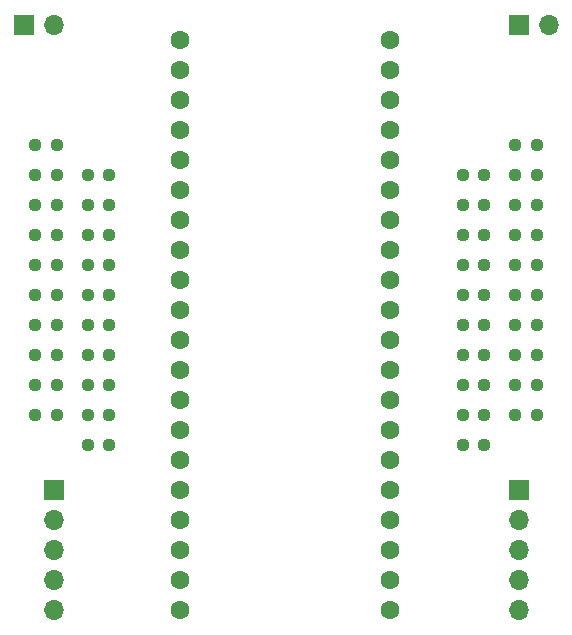
<source format=gbr>
%TF.GenerationSoftware,KiCad,Pcbnew,(6.0.6-0)*%
%TF.CreationDate,2022-10-25T05:48:04+09:00*%
%TF.ProjectId,PicoPi-1,5069636f-5069-42d3-912e-6b696361645f,rev?*%
%TF.SameCoordinates,Original*%
%TF.FileFunction,Soldermask,Top*%
%TF.FilePolarity,Negative*%
%FSLAX46Y46*%
G04 Gerber Fmt 4.6, Leading zero omitted, Abs format (unit mm)*
G04 Created by KiCad (PCBNEW (6.0.6-0)) date 2022-10-25 05:48:04*
%MOMM*%
%LPD*%
G01*
G04 APERTURE LIST*
G04 Aperture macros list*
%AMRoundRect*
0 Rectangle with rounded corners*
0 $1 Rounding radius*
0 $2 $3 $4 $5 $6 $7 $8 $9 X,Y pos of 4 corners*
0 Add a 4 corners polygon primitive as box body*
4,1,4,$2,$3,$4,$5,$6,$7,$8,$9,$2,$3,0*
0 Add four circle primitives for the rounded corners*
1,1,$1+$1,$2,$3*
1,1,$1+$1,$4,$5*
1,1,$1+$1,$6,$7*
1,1,$1+$1,$8,$9*
0 Add four rect primitives between the rounded corners*
20,1,$1+$1,$2,$3,$4,$5,0*
20,1,$1+$1,$4,$5,$6,$7,0*
20,1,$1+$1,$6,$7,$8,$9,0*
20,1,$1+$1,$8,$9,$2,$3,0*%
G04 Aperture macros list end*
%ADD10C,1.600000*%
%ADD11RoundRect,0.237500X-0.250000X-0.237500X0.250000X-0.237500X0.250000X0.237500X-0.250000X0.237500X0*%
%ADD12RoundRect,0.237500X0.250000X0.237500X-0.250000X0.237500X-0.250000X-0.237500X0.250000X-0.237500X0*%
%ADD13R,1.700000X1.700000*%
%ADD14O,1.700000X1.700000*%
G04 APERTURE END LIST*
D10*
%TO.C,J1*%
X124968000Y-132080000D03*
X124968000Y-134620000D03*
X124968000Y-137160000D03*
X124968000Y-139700000D03*
X124968000Y-142240000D03*
X124968000Y-144780000D03*
X124968000Y-147320000D03*
X124968000Y-149860000D03*
X124968000Y-152400000D03*
X124968000Y-154940000D03*
X124968000Y-157480000D03*
X124968000Y-160020000D03*
X124968000Y-162560000D03*
X124968000Y-165100000D03*
X124968000Y-167640000D03*
X124968000Y-170180000D03*
X124968000Y-172720000D03*
X124968000Y-175260000D03*
X124968000Y-177800000D03*
X124968000Y-180340000D03*
X142748000Y-180340000D03*
X142748000Y-177800000D03*
X142748000Y-175260000D03*
X142748000Y-172720000D03*
X142748000Y-170180000D03*
X142748000Y-167640000D03*
X142748000Y-165100000D03*
X142748000Y-162560000D03*
X142748000Y-160020000D03*
X142748000Y-157480000D03*
X142748000Y-154940000D03*
X142748000Y-152400000D03*
X142748000Y-149860000D03*
X142748000Y-147320000D03*
X142748000Y-144780000D03*
X142748000Y-142240000D03*
X142748000Y-139700000D03*
X142748000Y-137160000D03*
X142748000Y-134620000D03*
X142748000Y-132080000D03*
%TD*%
D11*
%TO.C,R29*%
X148947500Y-163830000D03*
X150772500Y-163830000D03*
%TD*%
D12*
%TO.C,R7*%
X119022500Y-151130000D03*
X117197500Y-151130000D03*
%TD*%
D11*
%TO.C,R22*%
X148947500Y-146050000D03*
X150772500Y-146050000D03*
%TD*%
%TO.C,R39*%
X153392500Y-161290000D03*
X155217500Y-161290000D03*
%TD*%
%TO.C,R28*%
X148947500Y-161290000D03*
X150772500Y-161290000D03*
%TD*%
D13*
%TO.C,J2*%
X114300000Y-170185000D03*
D14*
X114300000Y-172725000D03*
X114300000Y-175265000D03*
X114300000Y-177805000D03*
X114300000Y-180345000D03*
%TD*%
D11*
%TO.C,R23*%
X148947500Y-148590000D03*
X150772500Y-148590000D03*
%TD*%
%TO.C,R16*%
X112752500Y-151130000D03*
X114577500Y-151130000D03*
%TD*%
D12*
%TO.C,R3*%
X119022500Y-161290000D03*
X117197500Y-161290000D03*
%TD*%
D13*
%TO.C,J3*%
X153670000Y-170180000D03*
D14*
X153670000Y-172720000D03*
X153670000Y-175260000D03*
X153670000Y-177800000D03*
X153670000Y-180340000D03*
%TD*%
D11*
%TO.C,R25*%
X148947500Y-153670000D03*
X150772500Y-153670000D03*
%TD*%
%TO.C,R40*%
X153392500Y-163830000D03*
X155217500Y-163830000D03*
%TD*%
%TO.C,R18*%
X112752500Y-146050000D03*
X114577500Y-146050000D03*
%TD*%
%TO.C,R14*%
X112752500Y-156210000D03*
X114577500Y-156210000D03*
%TD*%
%TO.C,R31*%
X153392500Y-140970000D03*
X155217500Y-140970000D03*
%TD*%
%TO.C,R19*%
X112752500Y-143510000D03*
X114577500Y-143510000D03*
%TD*%
%TO.C,R11*%
X112752500Y-163830000D03*
X114577500Y-163830000D03*
%TD*%
%TO.C,R33*%
X153392500Y-146050000D03*
X155217500Y-146050000D03*
%TD*%
D13*
%TO.C,J4*%
X111760000Y-130810000D03*
D14*
X114300000Y-130810000D03*
%TD*%
D12*
%TO.C,R10*%
X119022500Y-143510000D03*
X117197500Y-143510000D03*
%TD*%
D11*
%TO.C,R13*%
X112752500Y-158750000D03*
X114577500Y-158750000D03*
%TD*%
%TO.C,R15*%
X112752500Y-153670000D03*
X114577500Y-153670000D03*
%TD*%
%TO.C,R21*%
X150772500Y-143510000D03*
X148947500Y-143510000D03*
%TD*%
%TO.C,R26*%
X148947500Y-156210000D03*
X150772500Y-156210000D03*
%TD*%
%TO.C,R38*%
X153392500Y-158750000D03*
X155217500Y-158750000D03*
%TD*%
D12*
%TO.C,R5*%
X119022500Y-156210000D03*
X117197500Y-156210000D03*
%TD*%
%TO.C,R4*%
X119022500Y-158750000D03*
X117197500Y-158750000D03*
%TD*%
D11*
%TO.C,R32*%
X153392500Y-143510000D03*
X155217500Y-143510000D03*
%TD*%
%TO.C,R27*%
X148947500Y-158750000D03*
X150772500Y-158750000D03*
%TD*%
%TO.C,R20*%
X112752500Y-140970000D03*
X114577500Y-140970000D03*
%TD*%
%TO.C,R35*%
X153392500Y-151130000D03*
X155217500Y-151130000D03*
%TD*%
%TO.C,R24*%
X148947500Y-151130000D03*
X150772500Y-151130000D03*
%TD*%
D13*
%TO.C,J5*%
X153670000Y-130810000D03*
D14*
X156210000Y-130810000D03*
%TD*%
D12*
%TO.C,R6*%
X119022500Y-153670000D03*
X117197500Y-153670000D03*
%TD*%
%TO.C,R1*%
X119022500Y-166370000D03*
X117197500Y-166370000D03*
%TD*%
D11*
%TO.C,R17*%
X112752500Y-148590000D03*
X114577500Y-148590000D03*
%TD*%
D12*
%TO.C,R9*%
X119022500Y-146050000D03*
X117197500Y-146050000D03*
%TD*%
%TO.C,R2*%
X117197500Y-163830000D03*
X119022500Y-163830000D03*
%TD*%
%TO.C,R8*%
X119022500Y-148590000D03*
X117197500Y-148590000D03*
%TD*%
D11*
%TO.C,R34*%
X153392500Y-148590000D03*
X155217500Y-148590000D03*
%TD*%
%TO.C,R37*%
X153392500Y-156210000D03*
X155217500Y-156210000D03*
%TD*%
%TO.C,R30*%
X148947500Y-166370000D03*
X150772500Y-166370000D03*
%TD*%
%TO.C,R12*%
X112752500Y-161290000D03*
X114577500Y-161290000D03*
%TD*%
%TO.C,R36*%
X153392500Y-153670000D03*
X155217500Y-153670000D03*
%TD*%
M02*

</source>
